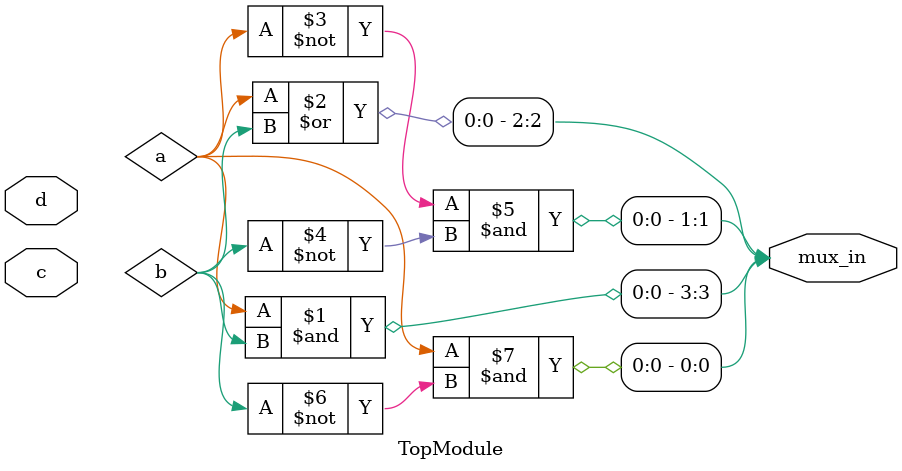
<source format=sv>

module TopModule (
  input c,
  input d,
  output [3:0] mux_in
);
assign mux_in[3] = a & b;
assign mux_in[2] = a | b;
assign mux_in[1] = ~a & ~b;
assign mux_in[0] = a & ~b;

endmodule

</source>
